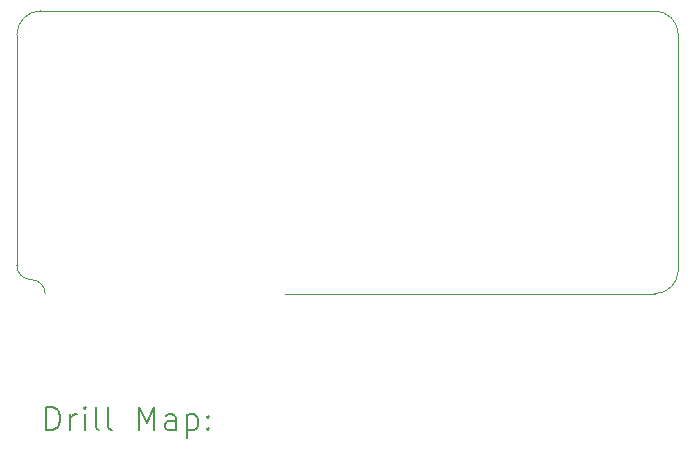
<source format=gbr>
%FSLAX45Y45*%
G04 Gerber Fmt 4.5, Leading zero omitted, Abs format (unit mm)*
G04 Created by KiCad (PCBNEW (5.99.0-12889-g70df3822b5)) date 2021-11-21 20:45:45*
%MOMM*%
%LPD*%
G01*
G04 APERTURE LIST*
%TA.AperFunction,Profile*%
%ADD10C,0.050000*%
%TD*%
%ADD11C,0.200000*%
G04 APERTURE END LIST*
D10*
X6400000Y3394062D02*
X1200000Y3394062D01*
X6600062Y3194000D02*
X6600000Y1200000D01*
X3270000Y1000000D02*
X6399938Y999938D01*
X6600062Y3194000D02*
G75*
G03*
X6400000Y3394062I-200062J0D01*
G01*
X1200000Y3394062D02*
G75*
G03*
X999938Y3194000I0J-200062D01*
G01*
X999867Y1240133D02*
G75*
G03*
X1119933Y1120067I120067J0D01*
G01*
X6399938Y999938D02*
G75*
G03*
X6600000Y1200000I0J200062D01*
G01*
X1240000Y1000000D02*
G75*
G03*
X1119933Y1120067I-120067J0D01*
G01*
X999938Y3194000D02*
X999867Y1240133D01*
D11*
X1249986Y-155476D02*
X1249986Y44524D01*
X1297605Y44524D01*
X1326176Y35000D01*
X1345224Y15952D01*
X1354748Y-3095D01*
X1364272Y-41190D01*
X1364272Y-69762D01*
X1354748Y-107857D01*
X1345224Y-126905D01*
X1326176Y-145952D01*
X1297605Y-155476D01*
X1249986Y-155476D01*
X1449986Y-155476D02*
X1449986Y-22143D01*
X1449986Y-60238D02*
X1459510Y-41190D01*
X1469033Y-31667D01*
X1488081Y-22143D01*
X1507129Y-22143D01*
X1573795Y-155476D02*
X1573795Y-22143D01*
X1573795Y44524D02*
X1564271Y35000D01*
X1573795Y25476D01*
X1583319Y35000D01*
X1573795Y44524D01*
X1573795Y25476D01*
X1697605Y-155476D02*
X1678557Y-145952D01*
X1669033Y-126905D01*
X1669033Y44524D01*
X1802367Y-155476D02*
X1783319Y-145952D01*
X1773795Y-126905D01*
X1773795Y44524D01*
X2030938Y-155476D02*
X2030938Y44524D01*
X2097605Y-98333D01*
X2164272Y44524D01*
X2164272Y-155476D01*
X2345224Y-155476D02*
X2345224Y-50714D01*
X2335700Y-31667D01*
X2316653Y-22143D01*
X2278557Y-22143D01*
X2259510Y-31667D01*
X2345224Y-145952D02*
X2326176Y-155476D01*
X2278557Y-155476D01*
X2259510Y-145952D01*
X2249986Y-126905D01*
X2249986Y-107857D01*
X2259510Y-88809D01*
X2278557Y-79286D01*
X2326176Y-79286D01*
X2345224Y-69762D01*
X2440462Y-22143D02*
X2440462Y-222143D01*
X2440462Y-31667D02*
X2459510Y-22143D01*
X2497605Y-22143D01*
X2516653Y-31667D01*
X2526176Y-41190D01*
X2535700Y-60238D01*
X2535700Y-117381D01*
X2526176Y-136429D01*
X2516653Y-145952D01*
X2497605Y-155476D01*
X2459510Y-155476D01*
X2440462Y-145952D01*
X2621414Y-136429D02*
X2630938Y-145952D01*
X2621414Y-155476D01*
X2611891Y-145952D01*
X2621414Y-136429D01*
X2621414Y-155476D01*
X2621414Y-31667D02*
X2630938Y-41190D01*
X2621414Y-50714D01*
X2611891Y-41190D01*
X2621414Y-31667D01*
X2621414Y-50714D01*
M02*

</source>
